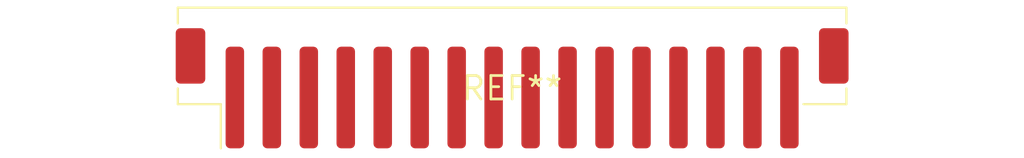
<source format=kicad_pcb>
(kicad_pcb (version 20240108) (generator pcbnew)
  (layers (0 "F.Cu" signal) (31 "B.Cu" signal) (34 "B.Paste" user) (35 "F.Paste" user) (36 "B.SilkS" user "B.Silkscreen") (37 "F.SilkS" user "F.Silkscreen") (38 "B.Mask" user) (39 "F.Mask" user) (44 "Edge.Cuts" user))
  (net 0 "")
  (footprint "JST_PH_B16B-PH-SM4-TB_1x16-1MP_P2.00mm_Vertical" (layer "F.Cu") (at 0 0)
    (property "Reference" "REF**")
    (property "Value" "JST_PH_B16B-PH-SM4-TB_1x16-1MP_P2.00mm_Vertical")
    (fp_line (start -18.085 -4.36) (end 18.085 -4.36) (layer "F.SilkS") (stroke (width 0.12)))
    (fp_line (start -18.085 -3.51) (end -18.085 -4.36) (layer "F.SilkS") (stroke (width 0.12)))
    (fp_line (start -18.085 0.01) (end -18.085 0.86) (layer "F.SilkS") (stroke (width 0.12)))
    (fp_line (start -18.085 0.86) (end -15.76 0.86) (layer "F.SilkS") (stroke (width 0.12)))
    (fp_line (start -15.76 0.86) (end -15.76 3.25) (layer "F.SilkS") (stroke (width 0.12)))
    (fp_line (start 18.085 -4.36) (end 18.085 -3.51) (layer "F.SilkS") (stroke (width 0.12)))
    (fp_line (start 18.085 0.01) (end 18.085 0.86) (layer "F.SilkS") (stroke (width 0.12)))
    (fp_line (start 18.085 0.86) (end 15.76 0.86) (layer "F.SilkS") (stroke (width 0.12)))
    (pad "1" smd roundrect (at -15 0.5) (size 1 5.5) (layers "F.Cu" "F.Paste" "F.Mask"))
    (pad "2" smd roundrect (at -13 0.5) (size 1 5.5) (layers "F.Cu" "F.Paste" "F.Mask"))
    (pad "3" smd roundrect (at -11 0.5) (size 1 5.5) (layers "F.Cu" "F.Paste" "F.Mask"))
    (pad "4" smd roundrect (at -9 0.5) (size 1 5.5) (layers "F.Cu" "F.Paste" "F.Mask"))
    (pad "5" smd roundrect (at -7 0.5) (size 1 5.5) (layers "F.Cu" "F.Paste" "F.Mask"))
    (pad "6" smd roundrect (at -5 0.5) (size 1 5.5) (layers "F.Cu" "F.Paste" "F.Mask"))
    (pad "7" smd roundrect (at -3 0.5) (size 1 5.5) (layers "F.Cu" "F.Paste" "F.Mask"))
    (pad "8" smd roundrect (at -1 0.5) (size 1 5.5) (layers "F.Cu" "F.Paste" "F.Mask"))
    (pad "9" smd roundrect (at 1 0.5) (size 1 5.5) (layers "F.Cu" "F.Paste" "F.Mask"))
    (pad "10" smd roundrect (at 3 0.5) (size 1 5.5) (layers "F.Cu" "F.Paste" "F.Mask"))
    (pad "11" smd roundrect (at 5 0.5) (size 1 5.5) (layers "F.Cu" "F.Paste" "F.Mask"))
    (pad "12" smd roundrect (at 7 0.5) (size 1 5.5) (layers "F.Cu" "F.Paste" "F.Mask"))
    (pad "13" smd roundrect (at 9 0.5) (size 1 5.5) (layers "F.Cu" "F.Paste" "F.Mask"))
    (pad "14" smd roundrect (at 11 0.5) (size 1 5.5) (layers "F.Cu" "F.Paste" "F.Mask"))
    (pad "15" smd roundrect (at 13 0.5) (size 1 5.5) (layers "F.Cu" "F.Paste" "F.Mask"))
    (pad "16" smd roundrect (at 15 0.5) (size 1 5.5) (layers "F.Cu" "F.Paste" "F.Mask"))
    (pad "MP" smd roundrect (at -17.4 -1.75) (size 1.6 3) (layers "F.Cu" "F.Paste" "F.Mask") (roundrect_rratio 0.15625))
    (pad "MP" smd roundrect (at 17.4 -1.75) (size 1.6 3) (layers "F.Cu" "F.Paste" "F.Mask") (roundrect_rratio 0.15625))
  )
)
</source>
